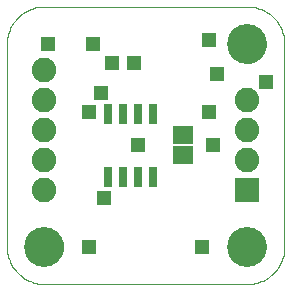
<source format=gts>
G75*
G70*
%OFA0B0*%
%FSLAX24Y24*%
%IPPOS*%
%LPD*%
%AMOC8*
5,1,8,0,0,1.08239X$1,22.5*
%
%ADD10C,0.0000*%
%ADD11C,0.1330*%
%ADD12R,0.0820X0.0820*%
%ADD13C,0.0820*%
%ADD14R,0.0316X0.0690*%
%ADD15R,0.0671X0.0592*%
%ADD16R,0.0476X0.0476*%
D10*
X000680Y001930D02*
X000680Y008680D01*
X000682Y008748D01*
X000687Y008815D01*
X000696Y008882D01*
X000709Y008949D01*
X000726Y009014D01*
X000745Y009079D01*
X000769Y009143D01*
X000796Y009205D01*
X000826Y009266D01*
X000859Y009324D01*
X000895Y009381D01*
X000935Y009436D01*
X000977Y009489D01*
X001023Y009540D01*
X001070Y009587D01*
X001121Y009633D01*
X001174Y009675D01*
X001229Y009715D01*
X001286Y009751D01*
X001344Y009784D01*
X001405Y009814D01*
X001467Y009841D01*
X001531Y009865D01*
X001596Y009884D01*
X001661Y009901D01*
X001728Y009914D01*
X001795Y009923D01*
X001862Y009928D01*
X001930Y009930D01*
X008680Y009930D01*
X008748Y009928D01*
X008815Y009923D01*
X008882Y009914D01*
X008949Y009901D01*
X009014Y009884D01*
X009079Y009865D01*
X009143Y009841D01*
X009205Y009814D01*
X009266Y009784D01*
X009324Y009751D01*
X009381Y009715D01*
X009436Y009675D01*
X009489Y009633D01*
X009540Y009587D01*
X009587Y009540D01*
X009633Y009489D01*
X009675Y009436D01*
X009715Y009381D01*
X009751Y009324D01*
X009784Y009266D01*
X009814Y009205D01*
X009841Y009143D01*
X009865Y009079D01*
X009884Y009014D01*
X009901Y008949D01*
X009914Y008882D01*
X009923Y008815D01*
X009928Y008748D01*
X009930Y008680D01*
X009930Y001930D01*
X009928Y001862D01*
X009923Y001795D01*
X009914Y001728D01*
X009901Y001661D01*
X009884Y001596D01*
X009865Y001531D01*
X009841Y001467D01*
X009814Y001405D01*
X009784Y001344D01*
X009751Y001286D01*
X009715Y001229D01*
X009675Y001174D01*
X009633Y001121D01*
X009587Y001070D01*
X009540Y001023D01*
X009489Y000977D01*
X009436Y000935D01*
X009381Y000895D01*
X009324Y000859D01*
X009266Y000826D01*
X009205Y000796D01*
X009143Y000769D01*
X009079Y000745D01*
X009014Y000726D01*
X008949Y000709D01*
X008882Y000696D01*
X008815Y000687D01*
X008748Y000682D01*
X008680Y000680D01*
X001930Y000680D01*
X001862Y000682D01*
X001795Y000687D01*
X001728Y000696D01*
X001661Y000709D01*
X001596Y000726D01*
X001531Y000745D01*
X001467Y000769D01*
X001405Y000796D01*
X001344Y000826D01*
X001286Y000859D01*
X001229Y000895D01*
X001174Y000935D01*
X001121Y000977D01*
X001070Y001023D01*
X001023Y001070D01*
X000977Y001121D01*
X000935Y001174D01*
X000895Y001229D01*
X000859Y001286D01*
X000826Y001344D01*
X000796Y001405D01*
X000769Y001467D01*
X000745Y001531D01*
X000726Y001596D01*
X000709Y001661D01*
X000696Y001728D01*
X000687Y001795D01*
X000682Y001862D01*
X000680Y001930D01*
X001305Y001930D02*
X001307Y001980D01*
X001313Y002029D01*
X001323Y002078D01*
X001336Y002125D01*
X001354Y002172D01*
X001375Y002217D01*
X001399Y002260D01*
X001427Y002301D01*
X001458Y002340D01*
X001492Y002376D01*
X001529Y002410D01*
X001569Y002440D01*
X001610Y002467D01*
X001654Y002491D01*
X001699Y002511D01*
X001746Y002527D01*
X001794Y002540D01*
X001843Y002549D01*
X001893Y002554D01*
X001942Y002555D01*
X001992Y002552D01*
X002041Y002545D01*
X002090Y002534D01*
X002137Y002520D01*
X002183Y002501D01*
X002228Y002479D01*
X002271Y002454D01*
X002311Y002425D01*
X002349Y002393D01*
X002385Y002359D01*
X002418Y002321D01*
X002447Y002281D01*
X002473Y002239D01*
X002496Y002195D01*
X002515Y002149D01*
X002531Y002102D01*
X002543Y002053D01*
X002551Y002004D01*
X002555Y001955D01*
X002555Y001905D01*
X002551Y001856D01*
X002543Y001807D01*
X002531Y001758D01*
X002515Y001711D01*
X002496Y001665D01*
X002473Y001621D01*
X002447Y001579D01*
X002418Y001539D01*
X002385Y001501D01*
X002349Y001467D01*
X002311Y001435D01*
X002271Y001406D01*
X002228Y001381D01*
X002183Y001359D01*
X002137Y001340D01*
X002090Y001326D01*
X002041Y001315D01*
X001992Y001308D01*
X001942Y001305D01*
X001893Y001306D01*
X001843Y001311D01*
X001794Y001320D01*
X001746Y001333D01*
X001699Y001349D01*
X001654Y001369D01*
X001610Y001393D01*
X001569Y001420D01*
X001529Y001450D01*
X001492Y001484D01*
X001458Y001520D01*
X001427Y001559D01*
X001399Y001600D01*
X001375Y001643D01*
X001354Y001688D01*
X001336Y001735D01*
X001323Y001782D01*
X001313Y001831D01*
X001307Y001880D01*
X001305Y001930D01*
X008055Y001930D02*
X008057Y001980D01*
X008063Y002029D01*
X008073Y002078D01*
X008086Y002125D01*
X008104Y002172D01*
X008125Y002217D01*
X008149Y002260D01*
X008177Y002301D01*
X008208Y002340D01*
X008242Y002376D01*
X008279Y002410D01*
X008319Y002440D01*
X008360Y002467D01*
X008404Y002491D01*
X008449Y002511D01*
X008496Y002527D01*
X008544Y002540D01*
X008593Y002549D01*
X008643Y002554D01*
X008692Y002555D01*
X008742Y002552D01*
X008791Y002545D01*
X008840Y002534D01*
X008887Y002520D01*
X008933Y002501D01*
X008978Y002479D01*
X009021Y002454D01*
X009061Y002425D01*
X009099Y002393D01*
X009135Y002359D01*
X009168Y002321D01*
X009197Y002281D01*
X009223Y002239D01*
X009246Y002195D01*
X009265Y002149D01*
X009281Y002102D01*
X009293Y002053D01*
X009301Y002004D01*
X009305Y001955D01*
X009305Y001905D01*
X009301Y001856D01*
X009293Y001807D01*
X009281Y001758D01*
X009265Y001711D01*
X009246Y001665D01*
X009223Y001621D01*
X009197Y001579D01*
X009168Y001539D01*
X009135Y001501D01*
X009099Y001467D01*
X009061Y001435D01*
X009021Y001406D01*
X008978Y001381D01*
X008933Y001359D01*
X008887Y001340D01*
X008840Y001326D01*
X008791Y001315D01*
X008742Y001308D01*
X008692Y001305D01*
X008643Y001306D01*
X008593Y001311D01*
X008544Y001320D01*
X008496Y001333D01*
X008449Y001349D01*
X008404Y001369D01*
X008360Y001393D01*
X008319Y001420D01*
X008279Y001450D01*
X008242Y001484D01*
X008208Y001520D01*
X008177Y001559D01*
X008149Y001600D01*
X008125Y001643D01*
X008104Y001688D01*
X008086Y001735D01*
X008073Y001782D01*
X008063Y001831D01*
X008057Y001880D01*
X008055Y001930D01*
X008055Y008680D02*
X008057Y008730D01*
X008063Y008779D01*
X008073Y008828D01*
X008086Y008875D01*
X008104Y008922D01*
X008125Y008967D01*
X008149Y009010D01*
X008177Y009051D01*
X008208Y009090D01*
X008242Y009126D01*
X008279Y009160D01*
X008319Y009190D01*
X008360Y009217D01*
X008404Y009241D01*
X008449Y009261D01*
X008496Y009277D01*
X008544Y009290D01*
X008593Y009299D01*
X008643Y009304D01*
X008692Y009305D01*
X008742Y009302D01*
X008791Y009295D01*
X008840Y009284D01*
X008887Y009270D01*
X008933Y009251D01*
X008978Y009229D01*
X009021Y009204D01*
X009061Y009175D01*
X009099Y009143D01*
X009135Y009109D01*
X009168Y009071D01*
X009197Y009031D01*
X009223Y008989D01*
X009246Y008945D01*
X009265Y008899D01*
X009281Y008852D01*
X009293Y008803D01*
X009301Y008754D01*
X009305Y008705D01*
X009305Y008655D01*
X009301Y008606D01*
X009293Y008557D01*
X009281Y008508D01*
X009265Y008461D01*
X009246Y008415D01*
X009223Y008371D01*
X009197Y008329D01*
X009168Y008289D01*
X009135Y008251D01*
X009099Y008217D01*
X009061Y008185D01*
X009021Y008156D01*
X008978Y008131D01*
X008933Y008109D01*
X008887Y008090D01*
X008840Y008076D01*
X008791Y008065D01*
X008742Y008058D01*
X008692Y008055D01*
X008643Y008056D01*
X008593Y008061D01*
X008544Y008070D01*
X008496Y008083D01*
X008449Y008099D01*
X008404Y008119D01*
X008360Y008143D01*
X008319Y008170D01*
X008279Y008200D01*
X008242Y008234D01*
X008208Y008270D01*
X008177Y008309D01*
X008149Y008350D01*
X008125Y008393D01*
X008104Y008438D01*
X008086Y008485D01*
X008073Y008532D01*
X008063Y008581D01*
X008057Y008630D01*
X008055Y008680D01*
D11*
X008680Y008680D03*
X008680Y001930D03*
X001930Y001930D03*
D12*
X008680Y003805D03*
D13*
X008680Y004805D03*
X008680Y005805D03*
X008680Y006805D03*
X001930Y006805D03*
X001930Y007805D03*
X001930Y005805D03*
X001930Y004805D03*
X001930Y003805D03*
D14*
X004055Y004238D03*
X004555Y004238D03*
X005055Y004238D03*
X005555Y004238D03*
X005555Y006364D03*
X005055Y006364D03*
X004555Y006364D03*
X004055Y006364D03*
D15*
X006555Y005640D03*
X006555Y004970D03*
D16*
X007555Y005305D03*
X007430Y006430D03*
X007680Y007680D03*
X007430Y008805D03*
X009305Y007430D03*
X005055Y005305D03*
X003430Y006430D03*
X003805Y007055D03*
X004180Y008055D03*
X003555Y008680D03*
X004930Y008055D03*
X002055Y008680D03*
X003930Y003555D03*
X003430Y001930D03*
X007180Y001930D03*
M02*

</source>
